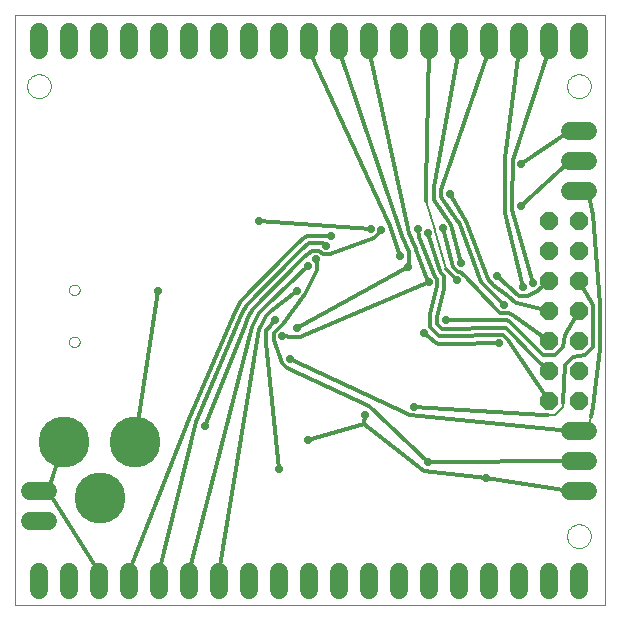
<source format=gbl>
G75*
G70*
%OFA0B0*%
%FSLAX24Y24*%
%IPPOS*%
%LPD*%
%AMOC8*
5,1,8,0,0,1.08239X$1,22.5*
%
%ADD10C,0.0000*%
%ADD11C,0.0600*%
%ADD12C,0.1700*%
%ADD13OC8,0.0600*%
%ADD14C,0.0118*%
%ADD15C,0.0277*%
%ADD16C,0.0079*%
D10*
X001875Y000107D02*
X001875Y019792D01*
X021560Y019792D01*
X021560Y000107D01*
X001875Y000107D01*
X003681Y008886D02*
X003683Y008912D01*
X003689Y008938D01*
X003699Y008963D01*
X003712Y008986D01*
X003728Y009006D01*
X003748Y009024D01*
X003770Y009039D01*
X003793Y009051D01*
X003819Y009059D01*
X003845Y009063D01*
X003871Y009063D01*
X003897Y009059D01*
X003923Y009051D01*
X003947Y009039D01*
X003968Y009024D01*
X003988Y009006D01*
X004004Y008986D01*
X004017Y008963D01*
X004027Y008938D01*
X004033Y008912D01*
X004035Y008886D01*
X004033Y008860D01*
X004027Y008834D01*
X004017Y008809D01*
X004004Y008786D01*
X003988Y008766D01*
X003968Y008748D01*
X003946Y008733D01*
X003923Y008721D01*
X003897Y008713D01*
X003871Y008709D01*
X003845Y008709D01*
X003819Y008713D01*
X003793Y008721D01*
X003769Y008733D01*
X003748Y008748D01*
X003728Y008766D01*
X003712Y008786D01*
X003699Y008809D01*
X003689Y008834D01*
X003683Y008860D01*
X003681Y008886D01*
X003681Y010619D02*
X003683Y010645D01*
X003689Y010671D01*
X003699Y010696D01*
X003712Y010719D01*
X003728Y010739D01*
X003748Y010757D01*
X003770Y010772D01*
X003793Y010784D01*
X003819Y010792D01*
X003845Y010796D01*
X003871Y010796D01*
X003897Y010792D01*
X003923Y010784D01*
X003947Y010772D01*
X003968Y010757D01*
X003988Y010739D01*
X004004Y010719D01*
X004017Y010696D01*
X004027Y010671D01*
X004033Y010645D01*
X004035Y010619D01*
X004033Y010593D01*
X004027Y010567D01*
X004017Y010542D01*
X004004Y010519D01*
X003988Y010499D01*
X003968Y010481D01*
X003946Y010466D01*
X003923Y010454D01*
X003897Y010446D01*
X003871Y010442D01*
X003845Y010442D01*
X003819Y010446D01*
X003793Y010454D01*
X003769Y010466D01*
X003748Y010481D01*
X003728Y010499D01*
X003712Y010519D01*
X003699Y010542D01*
X003689Y010567D01*
X003683Y010593D01*
X003681Y010619D01*
X002284Y017410D02*
X002286Y017449D01*
X002292Y017488D01*
X002302Y017526D01*
X002315Y017563D01*
X002332Y017598D01*
X002352Y017632D01*
X002376Y017663D01*
X002403Y017692D01*
X002432Y017718D01*
X002464Y017741D01*
X002498Y017761D01*
X002534Y017777D01*
X002571Y017789D01*
X002610Y017798D01*
X002649Y017803D01*
X002688Y017804D01*
X002727Y017801D01*
X002766Y017794D01*
X002803Y017783D01*
X002840Y017769D01*
X002875Y017751D01*
X002908Y017730D01*
X002939Y017705D01*
X002967Y017678D01*
X002992Y017648D01*
X003014Y017615D01*
X003033Y017581D01*
X003048Y017545D01*
X003060Y017507D01*
X003068Y017469D01*
X003072Y017430D01*
X003072Y017390D01*
X003068Y017351D01*
X003060Y017313D01*
X003048Y017275D01*
X003033Y017239D01*
X003014Y017205D01*
X002992Y017172D01*
X002967Y017142D01*
X002939Y017115D01*
X002908Y017090D01*
X002875Y017069D01*
X002840Y017051D01*
X002803Y017037D01*
X002766Y017026D01*
X002727Y017019D01*
X002688Y017016D01*
X002649Y017017D01*
X002610Y017022D01*
X002571Y017031D01*
X002534Y017043D01*
X002498Y017059D01*
X002464Y017079D01*
X002432Y017102D01*
X002403Y017128D01*
X002376Y017157D01*
X002352Y017188D01*
X002332Y017222D01*
X002315Y017257D01*
X002302Y017294D01*
X002292Y017332D01*
X002286Y017371D01*
X002284Y017410D01*
X020284Y017410D02*
X020286Y017449D01*
X020292Y017488D01*
X020302Y017526D01*
X020315Y017563D01*
X020332Y017598D01*
X020352Y017632D01*
X020376Y017663D01*
X020403Y017692D01*
X020432Y017718D01*
X020464Y017741D01*
X020498Y017761D01*
X020534Y017777D01*
X020571Y017789D01*
X020610Y017798D01*
X020649Y017803D01*
X020688Y017804D01*
X020727Y017801D01*
X020766Y017794D01*
X020803Y017783D01*
X020840Y017769D01*
X020875Y017751D01*
X020908Y017730D01*
X020939Y017705D01*
X020967Y017678D01*
X020992Y017648D01*
X021014Y017615D01*
X021033Y017581D01*
X021048Y017545D01*
X021060Y017507D01*
X021068Y017469D01*
X021072Y017430D01*
X021072Y017390D01*
X021068Y017351D01*
X021060Y017313D01*
X021048Y017275D01*
X021033Y017239D01*
X021014Y017205D01*
X020992Y017172D01*
X020967Y017142D01*
X020939Y017115D01*
X020908Y017090D01*
X020875Y017069D01*
X020840Y017051D01*
X020803Y017037D01*
X020766Y017026D01*
X020727Y017019D01*
X020688Y017016D01*
X020649Y017017D01*
X020610Y017022D01*
X020571Y017031D01*
X020534Y017043D01*
X020498Y017059D01*
X020464Y017079D01*
X020432Y017102D01*
X020403Y017128D01*
X020376Y017157D01*
X020352Y017188D01*
X020332Y017222D01*
X020315Y017257D01*
X020302Y017294D01*
X020292Y017332D01*
X020286Y017371D01*
X020284Y017410D01*
X020284Y002410D02*
X020286Y002449D01*
X020292Y002488D01*
X020302Y002526D01*
X020315Y002563D01*
X020332Y002598D01*
X020352Y002632D01*
X020376Y002663D01*
X020403Y002692D01*
X020432Y002718D01*
X020464Y002741D01*
X020498Y002761D01*
X020534Y002777D01*
X020571Y002789D01*
X020610Y002798D01*
X020649Y002803D01*
X020688Y002804D01*
X020727Y002801D01*
X020766Y002794D01*
X020803Y002783D01*
X020840Y002769D01*
X020875Y002751D01*
X020908Y002730D01*
X020939Y002705D01*
X020967Y002678D01*
X020992Y002648D01*
X021014Y002615D01*
X021033Y002581D01*
X021048Y002545D01*
X021060Y002507D01*
X021068Y002469D01*
X021072Y002430D01*
X021072Y002390D01*
X021068Y002351D01*
X021060Y002313D01*
X021048Y002275D01*
X021033Y002239D01*
X021014Y002205D01*
X020992Y002172D01*
X020967Y002142D01*
X020939Y002115D01*
X020908Y002090D01*
X020875Y002069D01*
X020840Y002051D01*
X020803Y002037D01*
X020766Y002026D01*
X020727Y002019D01*
X020688Y002016D01*
X020649Y002017D01*
X020610Y002022D01*
X020571Y002031D01*
X020534Y002043D01*
X020498Y002059D01*
X020464Y002079D01*
X020432Y002102D01*
X020403Y002128D01*
X020376Y002157D01*
X020352Y002188D01*
X020332Y002222D01*
X020315Y002257D01*
X020302Y002294D01*
X020292Y002332D01*
X020286Y002371D01*
X020284Y002410D01*
D11*
X020678Y001210D02*
X020678Y000610D01*
X019678Y000610D02*
X019678Y001210D01*
X018678Y001210D02*
X018678Y000610D01*
X017678Y000610D02*
X017678Y001210D01*
X016678Y001210D02*
X016678Y000610D01*
X015678Y000610D02*
X015678Y001210D01*
X014678Y001210D02*
X014678Y000610D01*
X013678Y000610D02*
X013678Y001210D01*
X012678Y001210D02*
X012678Y000610D01*
X011678Y000610D02*
X011678Y001210D01*
X010678Y001210D02*
X010678Y000610D01*
X009678Y000610D02*
X009678Y001210D01*
X008678Y001210D02*
X008678Y000610D01*
X007678Y000610D02*
X007678Y001210D01*
X006678Y001210D02*
X006678Y000610D01*
X005678Y000610D02*
X005678Y001210D01*
X004678Y001210D02*
X004678Y000610D01*
X003678Y000610D02*
X003678Y001210D01*
X002678Y001210D02*
X002678Y000610D01*
X002978Y002910D02*
X002378Y002910D01*
X002378Y003910D02*
X002978Y003910D01*
X002678Y018610D02*
X002678Y019210D01*
X003678Y019210D02*
X003678Y018610D01*
X004678Y018610D02*
X004678Y019210D01*
X005678Y019210D02*
X005678Y018610D01*
X006678Y018610D02*
X006678Y019210D01*
X007678Y019210D02*
X007678Y018610D01*
X008678Y018610D02*
X008678Y019210D01*
X009678Y019210D02*
X009678Y018610D01*
X010678Y018610D02*
X010678Y019210D01*
X011678Y019210D02*
X011678Y018610D01*
X012678Y018610D02*
X012678Y019210D01*
X013678Y019210D02*
X013678Y018610D01*
X014678Y018610D02*
X014678Y019210D01*
X015678Y019210D02*
X015678Y018610D01*
X016678Y018610D02*
X016678Y019210D01*
X017678Y019210D02*
X017678Y018610D01*
X018678Y018610D02*
X018678Y019210D01*
X019678Y019210D02*
X019678Y018610D01*
X020678Y018610D02*
X020678Y019210D01*
X020978Y015910D02*
X020378Y015910D01*
X020378Y014910D02*
X020978Y014910D01*
X020978Y013910D02*
X020378Y013910D01*
X020378Y005910D02*
X020978Y005910D01*
X020978Y004910D02*
X020378Y004910D01*
X020378Y003910D02*
X020978Y003910D01*
D12*
X005894Y005535D03*
X004713Y003685D03*
X003531Y005535D03*
D13*
X019678Y006910D03*
X019678Y007910D03*
X019678Y008910D03*
X019678Y009910D03*
X019678Y010910D03*
X019678Y011910D03*
X019678Y012910D03*
X020678Y012910D03*
X020678Y011910D03*
X020678Y010910D03*
X020678Y009910D03*
X020678Y008910D03*
X020678Y007910D03*
X020678Y006910D03*
D14*
X021155Y006712D02*
X021068Y006382D01*
X021155Y006712D02*
X021383Y008663D01*
X021383Y009157D01*
X021383Y010157D01*
X021155Y013108D01*
X020978Y013910D01*
X020678Y013910D01*
X020678Y014910D02*
X020378Y014910D01*
X018745Y013402D01*
X018450Y013280D02*
X018450Y013524D01*
X018466Y014938D01*
X019678Y018610D01*
X019678Y018910D01*
X018678Y018910D02*
X018678Y018610D01*
X018229Y015028D01*
X018214Y013615D01*
X018214Y013190D01*
X018820Y010701D01*
X018698Y010406D02*
X018942Y010406D01*
X019265Y010544D01*
X019678Y010910D01*
X019143Y010839D02*
X018450Y013280D01*
X016903Y012929D02*
X017658Y010969D01*
X017831Y010796D01*
X018300Y010422D01*
X018594Y010175D01*
X018607Y010170D01*
X019678Y009910D01*
X020201Y009108D02*
X020678Y009910D01*
X021151Y009714D02*
X021151Y010106D01*
X020678Y010910D01*
X021151Y009714D02*
X021146Y009601D01*
X021146Y009581D01*
X021146Y009239D01*
X021151Y009106D01*
X021151Y008714D01*
X020874Y008437D01*
X020481Y008387D01*
X020201Y008108D01*
X020155Y006863D01*
X019678Y006910D02*
X018322Y008957D01*
X018150Y009129D01*
X017907Y009129D01*
X016442Y009084D01*
X016024Y009084D01*
X016017Y009087D01*
X015721Y009383D01*
X015718Y009390D01*
X015718Y009808D01*
X015965Y010753D01*
X015965Y010981D01*
X015890Y011056D01*
X015825Y011214D01*
X015347Y012386D01*
X015320Y012638D01*
X015025Y012516D02*
X013678Y018610D01*
X013678Y018910D01*
X012678Y018910D02*
X012678Y018610D01*
X014788Y012426D01*
X014794Y012413D01*
X015021Y011871D01*
X015021Y011626D01*
X014985Y011386D01*
X011269Y009351D01*
X011146Y009056D02*
X011391Y009056D01*
X015690Y010867D01*
X015656Y010900D01*
X015549Y011159D01*
X015257Y011961D01*
X015251Y011974D01*
X015117Y012283D01*
X015111Y012296D01*
X015025Y012516D01*
X015643Y012508D02*
X015643Y012466D01*
X016041Y011257D01*
X016073Y011179D01*
X016182Y011070D01*
X016182Y010663D01*
X015946Y009718D01*
X015946Y009480D01*
X016114Y009312D01*
X016352Y009312D01*
X017817Y009364D01*
X018240Y009364D01*
X018252Y009359D01*
X018552Y009059D01*
X018998Y008581D01*
X019350Y008230D01*
X019678Y007910D01*
X019481Y008433D02*
X019876Y008433D01*
X020155Y008712D01*
X020201Y009108D01*
X019678Y008910D02*
X018518Y009756D01*
X018334Y009833D01*
X018056Y009833D01*
X017884Y010005D01*
X016891Y011067D01*
X016729Y011229D01*
X016635Y011229D01*
X016474Y011390D01*
X016135Y012670D01*
X016430Y012792D02*
X015841Y013602D01*
X015836Y013615D01*
X015836Y014040D01*
X016678Y018610D01*
X016678Y018910D01*
X015678Y018910D02*
X015678Y018610D01*
X015599Y014087D01*
X015599Y013568D01*
X016072Y013705D02*
X016072Y013950D01*
X017678Y018610D01*
X017678Y018910D01*
X020378Y015910D02*
X018761Y014816D01*
X020378Y015910D02*
X020678Y015910D01*
X016861Y013029D02*
X016903Y012929D01*
X016861Y013029D02*
X016367Y013827D01*
X016072Y013705D02*
X016661Y012895D01*
X016666Y012882D01*
X017422Y010879D01*
X017428Y010866D01*
X017728Y010565D01*
X018178Y010127D01*
X018287Y009598D02*
X017966Y009598D01*
X016233Y009599D01*
X015874Y008873D02*
X015517Y009182D01*
X015874Y008873D02*
X015974Y008831D01*
X016493Y008831D01*
X018029Y008835D01*
X018385Y009558D02*
X018751Y009192D01*
X019201Y008712D01*
X019481Y008433D01*
X018385Y009558D02*
X018287Y009598D01*
X018698Y010406D02*
X017954Y011091D01*
X016749Y011504D02*
X016430Y012792D01*
X016257Y011301D02*
X016545Y011013D01*
X016615Y010953D01*
X014725Y011749D02*
X014387Y012753D01*
X011678Y018610D01*
X011678Y018910D01*
X010013Y012914D02*
X013733Y012634D01*
X013856Y012339D02*
X012369Y011814D01*
X012136Y011814D01*
X012027Y011923D01*
X011794Y011923D01*
X011528Y011713D01*
X011355Y011540D01*
X009822Y009970D01*
X009665Y009698D01*
X009552Y009425D01*
X008214Y006091D01*
X007918Y006213D02*
X006678Y001210D01*
X006678Y000910D01*
X005678Y000910D02*
X005678Y001210D01*
X007682Y006304D01*
X007687Y006317D01*
X009256Y009945D01*
X009421Y010238D01*
X010924Y011777D01*
X011291Y012144D01*
X011551Y012369D01*
X011651Y012410D01*
X012170Y012410D01*
X012410Y012398D01*
X012253Y012095D02*
X012136Y012168D01*
X012123Y012174D01*
X011698Y012174D01*
X011685Y012168D01*
X011425Y011944D01*
X011124Y011643D01*
X009622Y010104D01*
X009465Y009832D01*
X007918Y006213D01*
X005894Y005535D02*
X006651Y010579D01*
X009788Y009378D02*
X007678Y001210D01*
X007678Y000910D01*
X008678Y000910D02*
X008678Y001210D01*
X010025Y009331D01*
X010066Y009431D01*
X010253Y009733D01*
X010426Y009906D01*
X011269Y010595D01*
X011564Y010473D02*
X011946Y011296D01*
X011946Y011540D01*
X011910Y011642D01*
X011651Y011418D02*
X010323Y010137D01*
X010022Y009836D01*
X009866Y009565D01*
X009788Y009378D01*
X010261Y009284D02*
X010266Y009297D01*
X010548Y009611D01*
X010825Y009496D02*
X011564Y010473D01*
X010825Y009496D02*
X010515Y009186D01*
X010515Y008957D01*
X010769Y008177D01*
X010942Y008004D01*
X013686Y006733D01*
X015635Y004882D01*
X020378Y004910D01*
X020678Y004910D01*
X020678Y003910D02*
X020378Y003910D01*
X017568Y004343D01*
X015513Y004587D01*
X013505Y006146D01*
X011643Y005599D01*
X010678Y004658D02*
X010261Y008859D01*
X010261Y009284D01*
X010792Y009071D02*
X011146Y009056D01*
X011064Y008300D02*
X015060Y006434D01*
X020378Y005910D01*
X020678Y005910D01*
X019647Y006434D02*
X019481Y006434D01*
X015182Y006729D01*
X013564Y006438D02*
X013505Y006146D01*
X013856Y012339D02*
X014029Y012512D01*
X014092Y012630D01*
X003531Y005535D02*
X002978Y003910D01*
X002678Y003910D01*
X002978Y003910D01*
X004678Y001210D01*
X004678Y000910D01*
D15*
X008214Y006091D03*
X010678Y004658D03*
X011643Y005599D03*
X013564Y006438D03*
X015182Y006729D03*
X015635Y004882D03*
X017568Y004343D03*
X018029Y008835D03*
X018178Y010127D03*
X018820Y010701D03*
X019143Y010839D03*
X017954Y011091D03*
X016749Y011504D03*
X016615Y010953D03*
X015690Y010867D03*
X014985Y011386D03*
X014725Y011749D03*
X015320Y012638D03*
X015643Y012508D03*
X016135Y012670D03*
X016367Y013827D03*
X018745Y013402D03*
X018761Y014816D03*
X014092Y012630D03*
X013733Y012634D03*
X012410Y012398D03*
X012253Y012095D03*
X011910Y011642D03*
X011651Y011418D03*
X011269Y010595D03*
X010548Y009611D03*
X010792Y009071D03*
X011269Y009351D03*
X011064Y008300D03*
X006651Y010579D03*
X010013Y012914D03*
X015517Y009182D03*
X016233Y009599D03*
D16*
X016257Y011301D02*
X015889Y012568D01*
X015889Y012610D01*
X015599Y013568D01*
X020155Y006863D02*
X020136Y006721D01*
X019868Y006453D01*
X019647Y006434D01*
X020678Y005910D02*
X020978Y005910D01*
X021068Y006382D01*
M02*

</source>
